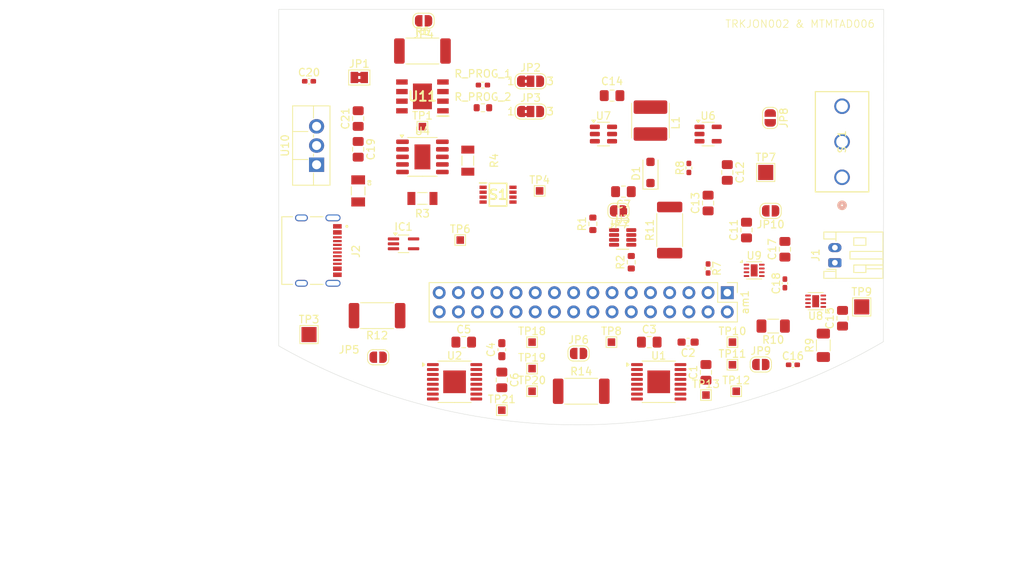
<source format=kicad_pcb>
(kicad_pcb (version 20241229) (generator "pcbnew") (generator_version "9.0")
  (layers (0 "F.Cu" signal) (2 "B.Cu" signal) (13 "F.Paste" user) (15 "B.Paste" user) (5 "F.SilkS" user "F.Silkscreen") (7 "B.SilkS" user "B.Silkscreen") (1 "F.Mask" user) (3 "B.Mask" user) (25 "Edge.Cuts" user))
  (net 0 "")
  (net 1 "/Motor4_B_OUT")
  (net 3 "/USART2_RX")
  (net 4 "/3V3 Out")
  (net 5 "/EXT_LOAD1_OUT")
  (net 6 "/Battery")
  (net 7 "/MOTOR4_CTRL2")
  (net 8 "/MOTOR3_B_OUT")
  (net 9 "/MOTOR1_A_OUT")
  (net 10 "/Motor2_A_OUT")
  (net 11 "/MOTOR1_B_OUT")
  (net 12 "/CTRL_EXT_LOAD1")
  (net 13 "/MOTOR2_CTRL1")
  (net 14 "/FAST_CHARGE_CTRL")
  (net 15 "/MOTOR3_CTRL2")
  (net 16 "/HV")
  (net 17 "GND")
  (net 18 "/MOTOR2_CTRL2")
  (net 19 "/MOTOR4_CTRL1")
  (net 20 "/EXT_LOAD2_OUT")
  (net 21 "/USART2_TX")
  (net 22 "/MOTOR3_CTRL1")
  (net 23 "/MOTOR3_A_OUT")
  (net 24 "/MOTOR1_CTRL2")
  (net 25 "/5V Out")
  (net 26 "/Motor4_A_OUT")
  (net 27 "/CTRL_EXT_LOAD2")
  (net 28 "/MOTOR1_CTRL1")
  (net 29 "/Motor2_B_OUT")
  (net 34 "Net-(U1-VCP)")
  (net 35 "Net-(U1-VINT)")
  (net 36 "Net-(U2-VINT)")
  (net 37 "Net-(U2-VCP)")
  (net 38 "/V_switch")
  (net 39 "/V_sensing")
  (net 40 "Net-(D1-A)")
  (net 42 "/I2C1_SDA")
  (net 43 "Net-(U3-SDA)")
  (net 44 "Net-(U3-SCL)")
  (net 45 "Net-(U4-VBUS)")
  (net 46 "Net-(U7-FB)")
  (net 47 "/PROG")
  (net 48 "/V_BATT_CHRG")
  (net 49 "Net-(JP4-B)")
  (net 56 "/VBUS")
  (net 57 "/DP")
  (net 58 "/CC1")
  (net 59 "/CC2")
  (net 60 "/DN")
  (net 61 "/VDD")
  (net 62 "Net-(JP1-B)")
  (net 63 "Net-(JP3-A)")
  (net 64 "Net-(JP3-C)")
  (net 65 "/I2C1_SCL")
  (net 66 "Net-(JP2-A)")
  (net 67 "Net-(JP2-C)")
  (net 70 "Net-(JP5-B)")
  (net 71 "Net-(JP6-B)")
  (net 72 "Net-(IC1-Y)")
  (footprint "TestPoint:TestPoint_Pad_1.0x1.0mm" (layer "F.Cu") (at 185 125)
    (property "Reference" "TP19" (at 0 -1.448 0) (layer "F.SilkS"))
    (property "Value" "TestPoint")
    (pad "1" smd rect (at 0 0) (size 1 1) (layers "F.Cu" "F.Mask") (net 15 "/MOTOR3_CTRL2"))
  )
  (footprint "Resistor_SMD:R_0402_1005Metric_Pad0.72x0.64mm_HandSolder" (layer "F.Cu") (at 208.28 111.76 -90)
    (property "Reference" "R7" (at 0 -1.17 90) (layer "F.SilkS"))
    (property "Value" "300")
    (pad "1" smd roundrect (at -0.5975 0 270) (size 0.715 0.64) (layers "F.Cu" "F.Mask" "F.Paste") (net 46 "Net-(U7-FB)"))
    (pad "2" smd roundrect (at 0.5975 0 270) (size 0.715 0.64) (layers "F.Cu" "F.Mask" "F.Paste") (net 17 "GND"))
  )
  (footprint "Resistor_SMD:R_2512_6332Metric_Pad1.40x3.35mm_HandSolder" (layer "F.Cu") (at 203.2 106.68 90)
    (property "Reference" "R11" (at 0 -2.62 90) (layer "F.SilkS"))
    (property "Value" "160m")
    (pad "1" smd roundrect (at -3.05 0 90) (size 1.4 3.35) (layers "F.Cu" "F.Mask" "F.Paste") (roundrect_rratio 0.178571) (net 39 "/V_sensing"))
    (pad "2" smd roundrect (at 3.05 0 90) (size 1.4 3.35) (layers "F.Cu" "F.Mask" "F.Paste") (roundrect_rratio 0.178571) (net 38 "/V_switch"))
  )
  (footprint "Resistor_SMD:R_0402_1005Metric_Pad0.72x0.64mm_HandSolder" (layer "F.Cu") (at 205.74 98.4625 90)
    (property "Reference" "R8" (at 0 -1.17 90) (layer "F.SilkS"))
    (property "Value" "2200")
    (pad "1" smd roundrect (at -0.5975 0 90) (size 0.715 0.64) (layers "F.Cu" "F.Mask" "F.Paste") (net 25 "/5V Out"))
    (pad "2" smd roundrect (at 0.5975 0 90) (size 0.715 0.64) (layers "F.Cu" "F.Mask" "F.Paste") (net 46 "Net-(U7-FB)"))
  )
  (footprint "Capacitor_SMD:C_0805_2012Metric_Pad1.18x1.45mm_HandSolder" (layer "F.Cu") (at 226.06 118.3425 90)
    (property "Reference" "C15" (at 0 -1.68 90) (layer "F.SilkS"))
    (property "Value" "1uF")
    (pad "1" smd roundrect (at -1.0375 0 90) (size 1.175 1.45) (layers "F.Cu" "F.Mask" "F.Paste") (roundrect_rratio 0.212766) (net 17 "GND"))
    (pad "2" smd roundrect (at 1.0375 0 90) (size 1.175 1.45) (layers "F.Cu" "F.Mask" "F.Paste") (roundrect_rratio 0.212766) (net 25 "/5V Out"))
  )
  (footprint "TestPoint:TestPoint_Pad_1.0x1.0mm" (layer "F.Cu") (at 186 101.5)
    (property "Reference" "TP4" (at 0 -1.448 0) (layer "F.SilkS"))
    (property "Value" "TestPoint")
    (pad "1" smd rect (at 0 0) (size 1 1) (layers "F.Cu" "F.Mask") (net 14 "/FAST_CHARGE_CTRL"))
  )
  (footprint "TestPoint:TestPoint_Pad_1.0x1.0mm" (layer "F.Cu") (at 170.5 93)
    (property "Reference" "TP1" (at 0 -1.448 0) (layer "F.SilkS"))
    (property "Value" "HV Test Point")
    (pad "1" smd rect (at 0 0) (size 1 1) (layers "F.Cu" "F.Mask") (net 16 "/HV"))
  )
  (footprint "Package_TO_SOT_SMD:SOT-23-5" (layer "F.Cu") (at 208.28 93.98)
    (property "Reference" "U6" (at 0 -2.4 0) (layer "F.SilkS"))
    (property "Value" "MIC5504-1.2YM5")
    (pad "1" smd roundrect (at -1.1375 -0.95) (size 1.325 0.6) (layers "F.Cu" "F.Mask" "F.Paste") (net 39 "/V_sensing"))
    (pad "2" smd roundrect (at -1.1375 0) (size 1.325 0.6) (layers "F.Cu" "F.Mask" "F.Paste") (net 17 "GND"))
    (pad "3" smd roundrect (at -1.1375 0.95) (size 1.325 0.6) (layers "F.Cu" "F.Mask" "F.Paste") (net 38 "/V_switch"))
    (pad "4" smd roundrect (at 1.1375 0.95) (size 1.325 0.6) (layers "F.Cu" "F.Mask" "F.Paste"))
    (pad "5" smd roundrect (at 1.1375 -0.95) (size 1.325 0.6) (layers "F.Cu" "F.Mask" "F.Paste") (net 4 "/3V3 Out"))
  )
  (footprint "Package_TO_SOT_SMD:SOT-23-6" (layer "F.Cu") (at 194.4425 93.98)
    (property "Reference" "U7" (at 0 -2.4 0) (layer "F.SilkS"))
    (property "Value" "SX1308")
    (pad "1" smd roundrect (at -1.1375 -0.95) (size 1.325 0.6) (layers "F.Cu" "F.Mask" "F.Paste") (net 40 "Net-(D1-A)"))
    (pad "2" smd roundrect (at -1.1375 0) (size 1.325 0.6) (layers "F.Cu" "F.Mask" "F.Paste") (net 17 "GND"))
    (pad "3" smd roundrect (at -1.1375 0.95) (size 1.325 0.6) (layers "F.Cu" "F.Mask" "F.Paste") (net 46 "Net-(U7-FB)"))
    (pad "4" smd roundrect (at 1.1375 0.95) (size 1.325 0.6) (layers "F.Cu" "F.Mask" "F.Paste") (net 38 "/V_switch"))
    (pad "5" smd roundrect (at 1.1375 0) (size 1.325 0.6) (layers "F.Cu" "F.Mask" "F.Paste") (net 39 "/V_sensing"))
    (pad "6" smd roundrect (at 1.1375 -0.95) (size 1.325 0.6) (layers "F.Cu" "F.Mask" "F.Paste"))
  )
  (footprint "Package_DFN_QFN:DFN-8-1EP_2x2mm_P0.5mm_EP0.9x1.6mm" (layer "F.Cu") (at 222.5075 116.09 180)
    (property "Reference" "U8" (at 0 -1.95 0) (layer "F.SilkS"))
    (property "Value" "TPS22965DSGR")
    (pad "1" smd roundrect (at -1.0125 -0.75 180) (size 0.725 0.25) (layers "F.Cu" "F.Mask" "F.Paste") (net 25 "/5V Out"))
    (pad "2" smd roundrect (at -1.0125 -0.25 180) (size 0.725 0.25) (layers "F.Cu" "F.Mask" "F.Paste") (net 25 "/5V Out"))
    (pad "3" smd roundrect (at -1.0125 0.25 180) (size 0.725 0.25) (layers "F.Cu" "F.Mask" "F.Paste") (net 12 "/CTRL_EXT_LOAD1"))
    (pad "4" smd roundrect (at -1.0125 0.75 180) (size 0.725 0.25) (layers "F.Cu" "F.Mask" "F.Paste") (net 25 "/5V Out"))
    (pad "5" smd roundrect (at 1.0125 0.75 180) (size 0.725 0.25) (layers "F.Cu" "F.Mask" "F.Paste") (net 17 "GND"))
    (pad "6" smd roundrect (at 1.0125 0.25 180) (size 0.725 0.25) (layers "F.Cu" "F.Mask" "F.Paste") (net 17 "GND"))
    (pad "7" smd roundrect (at 1.0125 -0.25 180) (size 0.725 0.25) (layers "F.Cu" "F.Mask" "F.Paste") (net 5 "/EXT_LOAD1_OUT"))
    (pad "8" smd roundrect (at 1.0125 -0.75 180) (size 0.725 0.25) (layers "F.Cu" "F.Mask" "F.Paste") (net 5 "/EXT_LOAD1_OUT"))
    (pad "9" smd rect (at 0 0 180) (size 0.9 1.6) (property pad_prop_heatsink) (layers "F.Cu" "F.Mask") (net 17 "GND"))
  )
  (footprint "Jumper:SolderJumper-2_P1.3mm_Open_RoundedPad1.0x1.5mm" (layer "F.Cu") (at 216.5 91.85 -90)
    (property "Reference" "JP8" (at 0 -1.8 90) (layer "F.SilkS"))
    (property "Value" "SolderJumper_2_Open")
    (pad "1" smd custom (at -0.65 0 270) (size 1 0.5) (layers "F.Cu" "F.Mask") (net 6 "/Battery") (options (clearance outline) (anchor rect)) (primitives (gr_circle (center 0 0.25) (end 0.5 0.25) (width 0) (fill yes)) (gr_circle (center 0 -0.25) (end 0.5 -0.25) (width 0) (fill yes)) (gr_poly (pts (xy 0.5 0.75) (xy 0 0.75) (xy 0 -0.75) (xy 0.5 -0.75)) (width 0) (fill yes))))
    (pad "2" smd custom (at 0.65 0 270) (size 1 0.5) (layers "F.Cu" "F.Mask") (net 38 "/V_switch") (options (clearance outline) (anchor rect)) (primitives (gr_circle (center 0 0.25) (end 0.5 0.25) (width 0) (fill yes)) (gr_circle (center 0 -0.25) (end 0.5 -0.25) (width 0) (fill yes)) (gr_poly (pts (xy 0 0.75) (xy -0.5 0.75) (xy -0.5 -0.75) (xy 0 -0.75)) (width 0) (fill yes))))
  )
  (footprint "Capacitor_SMD:C_0805_2012Metric_Pad1.18x1.45mm_HandSolder" (layer "F.Cu") (at 175.9625 121.5)
    (property "Reference" "C5" (at 0 -1.68 0) (layer "F.SilkS"))
    (property "Value" "10uF")
    (pad "1" smd roundrect (at -1.0375 0) (size 1.175 1.45) (layers "F.Cu" "F.Mask" "F.Paste") (roundrect_rratio 0.212766) (net 17 "GND"))
    (pad "2" smd roundrect (at 1.0375 0) (size 1.175 1.45) (layers "F.Cu" "F.Mask" "F.Paste") (roundrect_rratio 0.212766) (net 6 "/Battery"))
  )
  (footprint "Jumper:SolderJumper-3_P1.3mm_Bridged2Bar12_RoundedPad1.0x1.5mm_NumberLabels" (layer "F.Cu") (at 184.8 91)
    (property "Reference" "JP3" (at 0 -1.8 0) (layer "F.SilkS"))
    (property "Value" "R_PROG_2 Bridge")
    (fp_poly (pts (xy -0.9 -0.6) (xy -0.4 -0.6) (xy -0.4 -0.2) (xy -0.9 -0.2)) (fill yes) (layer "F.Cu"))
    (fp_poly (pts (xy -0.9 0.2) (xy -0.4 0.2) (xy -0.4 0.6) (xy -0.9 0.6)) (fill yes) (layer "F.Cu"))
    (fp_text user "3" (at 2.6 0 0) (layer "F.SilkS"))
    (fp_text user "1" (at -2.6 0 0) (layer "F.SilkS"))
    (pad "1" smd custom (at -1.3 0) (size 1 0.5) (layers "F.Cu" "F.Mask") (net 63 "Net-(JP3-A)") (options (clearance outline) (anchor rect)) (primitives (gr_circle (center 0 0.25) (end 0.5 0.25) (width 0) (fill yes)) (gr_circle (center 0 -0.25) (end 0.5 -0.25) (width 0) (fill yes)) (gr_poly (pts (xy 0.55 0.75) (xy 0 0.75) (xy 0 -0.75) (xy 0.55 -0.75)) (width 0) (fill yes))))
    (pad "2" smd rect (at 0 0) (size 1 1.5) (layers "F.Cu" "F.Mask") (net 64 "Net-(JP3-C)"))
    (pad "3" smd custom (at 1.3 0) (size 1 0.5) (layers "F.Cu" "F.Mask") (net 17 "GND") (options (clearance outline) (anchor rect)) (primitives (gr_circle (center 0 0.25) (end 0.5 0.25) (width 0) (fill yes)) (gr_circle (center 0 -0.25) (end 0.5 -0.25) (width 0) (fill yes)) (gr_poly (pts (xy 0 0.75) (xy -0.55 0.75) (xy -0.55 -0.75) (xy 0 -0.75)) (width 0) (fill yes))))
  )
  (footprint "Resistor_SMD:R_1206_3216Metric_Pad1.30x1.75mm_HandSolder" (layer "F.Cu") (at 216.89 119.38 180)
    (property "Reference" "R10" (at 0 -1.82 0) (layer "F.SilkS"))
    (property "Value" "10")
    (pad "1" smd roundrect (at -1.55 0 180) (size 1.3 1.75) (layers "F.Cu" "F.Mask" "F.Paste") (roundrect_rratio 0.192308) (net 20 "/EXT_LOAD2_OUT"))
    (pad "2" smd roundrect (at 1.55 0 180) (size 1.3 1.75) (layers "F.Cu" "F.Mask" "F.Paste") (roundrect_rratio 0.192308) (net 17 "GND"))
  )
  (footprint "Resistor_SMD:R_2512_6332Metric_Pad1.40x3.35mm_HandSolder" (layer "F.Cu") (at 170.5 83)
    (property "Reference" "R6" (at 0 -2.62 0) (layer "F.SilkS"))
    (property "Value" "160m")
    (pad "1" smd roundrect (at -3.05 0) (size 1.4 3.35) (layers "F.Cu" "F.Mask" "F.Paste") (roundrect_rratio 0.178571) (net 49 "Net-(JP4-B)"))
    (pad "2" smd roundrect (at 3.05 0) (size 1.4 3.35) (layers "F.Cu" "F.Mask" "F.Paste") (roundrect_rratio 0.178571) (net 6 "/Battery"))
  )
  (footprint "Jumper:SolderJumper-3_P1.3mm_Bridged2Bar12_RoundedPad1.0x1.5mm_NumberLabels" (layer "F.Cu") (at 184.8 87)
    (property "Reference" "JP2" (at 0 -1.8 0) (layer "F.SilkS"))
    (property "Value" "R_PROG_1 Bridge")
    (fp_poly (pts (xy -0.9 -0.6) (xy -0.4 -0.6) (xy -0.4 -0.2) (xy -0.9 -0.2)) (fill yes) (layer "F.Cu"))
    (fp_poly (pts (xy -0.9 0.2) (xy -0.4 0.2) (xy -0.4 0.6) (xy -0.9 0.6)) (fill yes) (layer "F.Cu"))
    (fp_text user "1" (at -2.6 0 0) (layer "F.SilkS"))
    (fp_text user "3" (at 2.6 0 0) (layer "F.SilkS"))
    (pad "1" smd custom (at -1.3 0) (size 1 0.5) (layers "F.Cu" "F.Mask") (net 66 "Net-(JP2-A)") (options (clearance outline) (anchor rect)) (primitives (gr_circle (center 0 0.25) (end 0.5 0.25) (width 0) (fill yes)) (gr_circle (center 0 -0.25) (end 0.5 -0.25) (width 0) (fill yes)) (gr_poly (pts (xy 0.55 0.75) (xy 0 0.75) (xy 0 -0.75) (xy 0.55 -0.75)) (width 0) (fill yes))))
    (pad "2" smd rect (at 0 0) (size 1 1.5) (layers "F.Cu" "F.Mask") (net 67 "Net-(JP2-C)"))
    (pad "3" smd custom (at 1.3 0) (size 1 0.5) (layers "F.Cu" "F.Mask") (net 17 "GND") (options (clearance outline) (anchor rect)) (primitives (gr_circle (center 0 0.25) (end 0.5 0.25) (width 0) (fill yes)) (gr_circle (center 0 -0.25) (end 0.5 -0.25) (width 0) (fill yes)) (gr_poly (pts (xy 0 0.75) (xy -0.55 0.75) (xy -0.55 -0.75) (xy 0 -0.75)) (width 0) (fill yes))))
  )
  (footprint "Resistor_SMD:R_0603_1608Metric" (layer "F.Cu") (at 193.04 105.855 90)
    (property "Reference" "R1" (at 0 -1.43 90) (layer "F.SilkS"))
    (property "Value" "3.3k")
    (pad "1" smd roundrect (at -0.825 0 90) (size 0.8 0.95) (layers "F.Cu" "F.Mask" "F.Paste") (net 43 "Net-(U3-SDA)"))
    (pad "2" smd roundrect (at 0.825 0 90) (size 0.8 0.95) (layers "F.Cu" "F.Mask" "F.Paste") (net 42 "/I2C1_SDA"))
  )
  (footprint "Jumper:SolderJumper-2_P1.3mm_Open_RoundedPad1.0x1.5mm" (layer "F.Cu") (at 191.15 123)
    (property "Reference" "JP6" (at 0 -1.8 0) (layer "F.SilkS"))
    (property "Value" "SolderJumper_2_Open")
    (pad "1" smd custom (at -0.65 0) (size 1 0.5) (layers "F.Cu" "F.Mask") (net 26 "/Motor4_A_OUT") (options (clearance outline) (anchor rect)) (primitives (gr_circle (center 0 0.25) (end 0.5 0.25) (width 0) (fill yes)) (gr_circle (center 0 -0.25) (end 0.5 -0.25) (width 0) (fill yes)) (gr_poly (pts (xy 0.5 0.75) (xy 0 0.75) (xy 0 -0.75) (xy 0.5 -0.75)) (width 0) (fill yes))))
    (pad "2" smd custom (at 0.65 0) (size 1 0.5) (layers "F.Cu" "F.Mask") (net 71 "Net-(JP6-B)") (options (clearance outline) (anchor rect)) (primitives (gr_circle (center 0 0.25) (end 0.5 0.25) (width 0) (fill yes)) (gr_circle (center 0 -0.25) (end 0.5 -0.25) (width 0) (fill yes)) (gr_poly (pts (xy 0 0.75) (xy -0.5 0.75) (xy -0.5 -0.75) (xy 0 -0.75)) (width 0) (fill yes))))
  )
  (footprint "Capacitor_SMD:C_0805_2012Metric_Pad1.18x1.45mm_HandSolder" (layer "F.Cu") (at 197.0825 101.6 180)
    (property "Reference" "C7" (at 0 -1.68 0) (layer "F.SilkS"))
    (property "Value" "10uF")
    (pad "1" smd roundrect (at -1.0375 0 180) (size 1.175 1.45) (layers "F.Cu" "F.Mask" "F.Paste") (roundrect_rratio 0.212766) (net 38 "/V_switch"))
    (pad "2" smd roundrect (at 1.0375 0 180) (size 1.175 1.45) (layers "F.Cu" "F.Mask" "F.Paste") (roundrect_rratio 0.212766) (net 17 "GND"))
  )
  (footprint "Resistor_SMD:R_0402_1005Metric_Pad0.72x0.64mm_HandSolder" (layer "F.Cu") (at 178.5 87.5 180)
    (property "Reference" "R_PROG_1" (at 0 1.5 180) (layer "F.SilkS"))
    (property "Value" "2k")
    (pad "1" smd roundrect (at -0.5975 0 180) (size 0.715 0.64) (layers "F.Cu" "F.Mask" "F.Paste") (net 66 "Net-(JP2-A)"))
    (pad "2" smd roundrect (at 0.5975 0 180) (size 0.715 0.64) (layers "F.Cu" "F.Mask" "F.Paste") (net 47 "/PROG"))
  )
  (footprint "Capacitor_SMD:C_0603_1608Metric_Pad1.08x0.95mm_HandSolder" (layer "F.Cu") (at 205.6375 121.5 180)
    (property "Reference" "C2" (at 0 -1.43 0) (layer "F.SilkS"))
    (property "Value" "2.2uF")
    (pad "1" smd roundrect (at -0.8625 0 180) (size 1.075 0.95) (layers "F.Cu" "F.Mask" "F.Paste") (net 17 "GND"))
    (pad "2" smd roundrect (at 0.8625 0 180) (size 1.075 0.95) (layers "F.Cu" "F.Mask" "F.Paste") (net 35 "Net-(U1-VINT)"))
  )
  (footprint "Package_TO_SOT_SMD:SOT-353_SC-70-5_Handsoldering" (layer "F.Cu") (at 168 108.5)
    (property "Reference" "IC1" (at 0 -2.25 0) (layer "F.SilkS"))
    (property "Value" "74LVC1G04SE-7")
    (pad "1" smd roundrect (at -1.33 -0.65) (size 1.5 0.4) (layers "F.Cu" "F.Mask" "F.Paste"))
    (pad "2" smd roundrect (at -1.33 0) (size 1.5 0.4) (layers "F.Cu" "F.Mask" "F.Paste") (net 14 "/FAST_CHARGE_CTRL"))
    (pad "3" smd roundrect (at -1.33 0.65) (size 1.5 0.4) (layers "F.Cu" "F.Mask" "F.Paste") (net 17 "GND"))
    (pad "4" smd roundrect (at 1.33 0.65) (size 1.5 0.4) (layers "F.Cu" "F.Mask" "F.Paste") (net 72 "Net-(IC1-Y)"))
    (pad "5" smd roundrect (at 1.33 -0.65) (size 1.5 0.4) (layers "F.Cu" "F.Mask" "F.Paste") (net 4 "/3V3 Out"))
  )
  (footprint "Inductor_SMD:L_Coilcraft_1515SQ-47N" (layer "F.Cu") (at 200.66 92.2 90)
    (property "Reference" "L1" (at -0.3 3.34 90) (layer "F.SilkS"))
    (property "Value" "22uH")
    (pad "1" smd roundrect (at -1.78 0 90) (size 1.78 4.45) (layers "F.Cu" "F.Mask" "F.Paste") (roundrect_rratio 0.140449) (net 39 "/V_sensing"))
    (pad "2" smd roundrect (at 1.78 0 90) (size 1.78 4.45) (layers "F.Cu" "F.Mask" "F.Paste") (roundrect_rratio 0.140449) (net 40 "Net-(D1-A)"))
  )
  (footprint "TestPoint:TestPoint_Pad_1.0x1.0mm" (layer "F.Cu") (at 175.5 108)
    (property "Reference" "TP6" (at 0 -1.448 0) (layer "F.SilkS"))
    (property "Value" "TestPoint")
    (pad "1" smd rect (at 0 0) (size 1 1) (layers "F.Cu" "F.Mask") (net 72 "Net-(IC1-Y)"))
  )
  (footprint "Capacitor_SMD:C_0805_2012Metric_Pad1.18x1.45mm_HandSolder" (layer "F.Cu") (at 210.82 99.06 -90)
    (property "Reference" "C12" (at 0 -1.68 90) (layer "F.SilkS"))
    (property "Value" "1uF")
    (pad "1" smd roundrect (at -1.0375 0 270) (size 1.175 1.45) (layers "F.Cu" "F.Mask" "F.Paste") (roundrect_rratio 0.212766) (net 4 "/3V3 Out"))
    (pad "2" smd roundrect (at 1.0375 0 270) (size 1.175 1.45) (layers "F.Cu" "F.Mask" "F.Paste") (roundrect_rratio 0.212766) (net 17 "GND"))
  )
  (footprint "exported_footprints:RESC3115X65N" (layer "F.Cu") (at 176.5 97.5 90)
    (property "Reference" "R4" (at 0 3.5 90) (layer "F.SilkS"))
    (property "Value" "10k")
    (pad "1" smd rect (at -1.46 0 90) (size 1.05 1.72) (layers "F.Cu" "F.Mask" "F.Paste") (net 56 "/VBUS"))
    (pad "2" smd rect (at 1.46 0 90) (size 1.05 1.72) (layers "F.Cu" "F.Mask" "F.Paste") (net 45 "Net-(U4-VBUS)"))
  )
  (footprint "Capacitor_SMD:C_0402_1005Metric_Pad0.74x0.62mm_HandSolder" (layer "F.Cu") (at 155.5 87)
    (property "Reference" "C20" (at 0 -1.16 0) (layer "F.SilkS"))
    (property "Value" "0.1u")
    (pad "1" smd roundrect (at -0.5675 0) (size 0.735 0.62) (layers "F.Cu" "F.Mask" "F.Paste") (net 48 "/V_BATT_CHRG"))
    (pad "2" smd roundrect (at 0.5675 0) (size 0.735 0.62) (layers "F.Cu" "F.Mask" "F.Paste") (net 17 "GND"))
  )
  (footprint "Package_SO:TSSOP-16-1EP_4.4x5mm_P0.65mm_EP3x3mm" (layer "F.Cu") (at 201.75 126.75)
    (property "Reference" "U1" (at 0 -3.45 0) (layer "F.SilkS"))
    (property "Value" "DRV8833PWR")
    (pad "1" smd roundrect (at -2.875 -2.275) (size 1.55 0.4) (layers "F.Cu" "F.Mask" "F.Paste"))
    (pad "2" smd roundrect (at -2.875 -1.625) (size 1.55 0.4) (layers "F.Cu" "F.Mask" "F.Paste") (net 9 "/MOTOR1_A_OUT"))
    (pad "3" smd roundrect (at -2.875 -0.975) (size 1.55 0.4) (layers "F.Cu" "F.Mask" "F.Paste") (net 17 "GND"))
    (pad "4" smd roundrect (at -2.875 -0.325) (size 1.55 0.4) (layers "F.Cu" "F.Mask" "F.Paste") (net 11 "/MOTOR1_B_OUT"))
    (pad "5" smd roundrect (at -2.875 0.325) (size 1.55 0.4) (layers "F.Cu" "F.Mask" "F.Paste") (net 29 "/Motor2_B_OUT"))
    (pad "6" smd roundrect (at -2.875 0.975) (size 1.55 0.4) (layers "F.Cu" "F.Mask" "F.Paste") (net 17 "GND"))
    (pad "7" smd roundrect (at -2.875 1.625) (size 1.55 0.4) (layers "F.Cu" "F.Mask" "F.Paste") (net 10 "/Motor2_A_OUT"))
    (pad "8" smd roundrect (at -2.875 2.275) (size 1.55 0.4) (layers "F.Cu" "F.Mask" "F.Paste"))
    (pad "9" smd roundrect (at 2.875 2.275) (size 1.55 0.4) (layers "F.Cu" "F.Mask" "F.Paste") (net 13 "/MOTOR2_CTRL1"))
    (pad "10" smd roundrect (at 2.875 1.625) (size 1.55 0.4) (layers "F.Cu" "F.Mask" "F.Paste") (net 18 "/MOTOR2_CTRL2"))
    (pad "11" smd roundrect (at 2.875 0.975) (size 1.55 0.4) (layers "F.Cu" "F.Mask" "F.Paste") (net 34 "Net-(U1-VCP)"))
    (pad "12" smd roundrect (at 2.875 0.325) (size 1.55 0.4) (layers "F.Cu" "F.Mask" "F.Paste") (net 39 "/V_sensing"))
    (pad "13" smd roundrect (at 2.875 -0.325) (size 1.55 0.4) (layers "F.Cu" "F.Mask" "F.Paste") (net 17 "GND"))
    (pad "14" smd roundrect (at 2.875 -0.975) (size 1.55 0.4) (layers "F.Cu" "F.Mask" "F.Paste") (net 35 "Net-(U1-VINT)"))
    (pad "15" smd roundrect (at 2.875 -1.625) (size 1.55 0.4) (layers "F.Cu" "F.Mask" "F.Paste") (net 24 "/MOTOR1_CTRL2"))
    (pad "16" smd roundrect (at 2.875 -2.275) (size 1.55 0.4) (layers "F.Cu" "F.Mask" "F.Paste") (net 28 "/MOTOR1_CTRL1"))
    (pad "17" smd rect (at 0 0) (size 3 3) (property pad_prop_heatsink) (layers "F.Cu" "F.Mask") (net 17 "GND"))
  )
  (footprint "Resistor_SMD:R_0603_1608Metric" (layer "F.Cu") (at 178.5 90.5)
    (property "Reference" "R_PROG_2" (at 0 -1.43 0) (layer "F.SilkS"))
    (property "Value" "6.2k")
    (pad "1" smd roundrect (at -0.825 0) (size 0.8 0.95) (layers "F.Cu" "F.Mask" "F.Paste") (net 47 "/PROG"))
    (pad "2" smd roundrect (at 0.825 0) (size 0.8 0.95) (layers "F.Cu" "F.Mask" "F.Paste") (net 64 "Net-(JP3-C)"))
  )
  (footprint "Package_SO:TSSOP-16-1EP_4.4x5mm_P0.65mm_EP3x3mm" (layer "F.Cu") (at 174.75 126.75)
    (property "Reference" "U2" (at 0 -3.45 0) (layer "F.SilkS"))
    (property "Value" "DRV8833PWPR")
    (pad "1" smd roundrect (at -2.875 -2.275) (size 1.55 0.4) (layers "F.Cu" "F.Mask" "F.Paste"))
    (pad "2" smd roundrect (at -2.875 -1.625) (size 1.55 0.4) (layers "F.Cu" "F.Mask" "F.Paste") (net 70 "Net-(JP5-B)"))
    (pad "3" smd roundrect (at -2.875 -0.975) (size 1.55 0.4) (layers "F.Cu" "F.Mask" "F.Paste") (net 17 "GND"))
    (pad "4" smd roundrect (at -2.875 -0.325) (size 1.55 0.4) (layers "F.Cu" "F.Mask" "F.Paste") (net 8 "/MOTOR3_B_OUT"))
    (pad "5" smd roundrect (at -2.875 0.325) (size 1.55 0.4) (layers "F.Cu" "F.Mask" "F.Paste") (net 1 "/Motor4_B_OUT"))
    (pad "6" smd roundrect (at -2.875 0.975) (size 1.55 0.4) (layers "F.Cu" "F.Mask" "F.Paste") (net 17 "GND"))
    (pad "7" smd roundrect (at -2.875 1.625) (size 1.55 0.4) (layers "F.Cu" "F.Mask" "F.Paste") (net 71 "Net-(JP6-B)"))
    (pad "8" smd roundrect (at -2.875 2.275) (size 1.55 0.4) (layers "F.Cu" "F.Mask" "F.Paste"))
    (pad "9" smd roundrect (at 2.875 2.275) (size 1.55 0.4) (layers "F.Cu" "F.Mask" "F.Paste") (net 19 "/MOTOR4_CTRL1"))
    (pad "10" smd roundrect (at 2.875 1.625) (size 1.55 0.4) (layers "F.Cu" "F.Mask" "F.Paste") (net 7 "/MOTOR4_CTRL2"))
    (pad "11" smd roundrect (at 2.875 0.975) (size 1.55 0.4) (layers "F.Cu" "F.Mask" "F.Paste") (net 37 "Net-(U2-VCP)"))
    (pad "12" smd roundrect (at 2.875 0.325) (size 1.55 0.4) (layers "F.Cu" "F.Mask" "F.Paste") (net 6 "/Battery"))
    (pad "13" smd roundrect (at 2.875 -0.325) (size 1.55 0.4) (layers "F.Cu" "F.Mask" "F.Paste") (net 17 "GND"))
    (pad "14" smd roundrect (at 2.875 -0.975) (size 1.55 0.4) (layers "F.Cu" "F.Mask" "F.Paste") (net 36 "Net-(U2-VINT)"))
    (pad "15" smd roundrect (at 2.875 -1.625) (size 1.55 0.4) (layers "F.Cu" "F.Mask" "F.Paste") (net 15 "/MOTOR3_CTRL2"))
    (pad "16" smd roundrect (at 2.875 -2.275) (size 1.55 0.4) (layers "F.Cu" "F.Mask" "F.Paste") (net 22 "/MOTOR3_CTRL1"))
    (pad "17" smd rect (at 0 0) (size 3 3) (property pad_prop_heatsink) (layers "F.Cu" "F.Mask") (net 17 "GND"))
  )
  (footprint "Capacitor_SMD:C_0603_1608Metric_Pad1.08x0.95mm_HandSolder" (layer "F.Cu") (at 181 122.5 90)
    (property "Reference" "C4" (at 0 -1.43 90) (layer "F.SilkS"))
    (property "Value" "2.2uF")
    (pad "1" smd roundrect (at -0.8625 0 90) (size 1.075 0.95) (layers "F.Cu" "F.Mask" "F.Paste") (net 17 "GND"))
    (pad "2" smd roundrect (at 0.8625 0 90) (size 1.075 0.95) (layers "F.Cu" "F.Mask" "F.Paste") (net 36 "Net-(U2-VINT)"))
  )
  (footprint "Capacitor_SMD:C_0402_1005Metric_Pad0.74x0.62mm_HandSolder" (layer "F.Cu") (at 219.5 124.5)
    (property "Reference" "C16" (at 0 -1.16 0) (layer "F.SilkS"))
    (property "Value" "0.1uF")
    (pad "1" smd roundrect (at -0.5675 0) (size 0.735 0.62) (layers "F.Cu" "F.Mask" "F.Paste") (net 17 "GND"))
    (pad "2" smd roundrect (at 0.5675 0) (size 0.735 0.62) (layers "F.Cu" "F.Mask" "F.Paste") (net 5 "/EXT_LOAD1_OUT"))
  )
  (footprint "exported_footprints:74LVC2G66DP" (layer "F.Cu") (at 180.5 102)
    (property "Reference" "S1" (at 0 0 0) (layer "F.SilkS") (effects (font (size 1.27 1.27) (thickness 0.254))))
    (property "Value" "74LVC2G66DP" (hide yes))
    (pad "1" smd rect (at -1.975 -0.975 90) (size 0.45 0.95) (layers "F.Cu" "F.Mask" "F.Paste") (net 17 "GND"))
    (pad "2" smd rect (at -1.975 -0.325 90) (size 0.45 0.95) (layers "F.Cu" "F.Mask" "F.Paste") (net 67 "Net-(JP2-C)"))
    (pad "3" smd rect (at -1.975 0.325 90) (size 0.45 0.95) (layers "F.Cu" "F.Mask" "F.Paste") (net 72 "Net-(IC1-Y)"))
    (pad "4" smd rect (at -1.975 0.975 90) (size 0.45 0.95) (layers "F.Cu" "F.Mask" "F.Paste") (net 17 "GND"))
    (pad "5" smd rect (at 1.975 0.975 90) (size 0.45 0.95) (layers "F.Cu" "F.Mask" "F.Paste") (net 17 "GND"))
    (pad "6" smd rect (at 1.975 0.325 90) (size 0.45 0.95) (layers "F.Cu" "F.Mask" "F.Paste") (net 63 "Net-(JP3-A)"))
    (pad "7" smd rect (at 1.975 -0.325 90) (size 0.45 0.95) (layers "F.Cu" "F.Mask" "F.Paste") (net 14 "/FAST_CHARGE_CTRL"))
    (pad "8" smd rect (at 1.975 -0.975 90) (size 0.45 0.95) (layers "F.Cu" "F.Mask" "F.Paste") (net 4 "/3V3 Out"))
  )
  (footprint "TestPoint:TestPoint_Pad_1.0x1.0mm" (layer "F.Cu") (at 181 130.5)
    (property "Reference" "TP21" (at 0 -1.448 0) (layer "F.SilkS"))
    (property "Value" "TestPoint")
    (pad "1" smd rect (at 0 0) (size 1 1) (layers "F.Cu" "F.Mask") (net 7 "/MOTOR4_CTRL2"))
  )
  (footprint "Connector_PinHeader_2.54mm:PinHeader_2x16_P2.54mm_Vertical" (layer "F.Cu") (at 210.82 114.96 -90)
    (property "Reference" "am1" (at 1.27 -2.33 90) (layer "F.SilkS"))
    (property "Value" "2x16 (2.54mm pin pitch) pin header")
    (pad "1" thru_hole rect (at 0 0 270) (size 1.7 1.7) (drill 1) (layers "*.Cu" "*.Mask") (net 29 "/Motor2_B_OUT"))
    (pad "2" thru_hole oval (at 2.54 0 270) (size 1.7 1.7) (drill 1) (layers "*.Cu" "*.Mask") (net 10 "/Motor2_A_OUT"))
    (pad "3" thru_hole oval (at 0 2.54 270) (size 1.7 1.7) (drill 1) (layers "*.Cu" "*.Mask") (net 26 "/Motor4_A_OUT"))
    (pad "4" thru_hole oval (at 2.54 2.54 270) (size 1.7 1.7) (drill 1) (layers "*.Cu" "*.Mask") (net 13 "/MOTOR2_CTRL1"))
    (pad "5" thru_hole oval (at 0 5.08 270) (size 1.7 1.7) (drill 1) (layers "*.Cu" "*.Mask") (net 1 "/Motor4_B_OUT"))
    (pad "6" thru_hole oval (at 2.54 5.08 270) (size 1.7 1.7) (drill 1) (layers "*.Cu" "*.Mask") (net 18 "/MOTOR2_CTRL2"))
    (pad "7" thru_hole oval (at 0 7.62 270) (size 1.7 1.7) (drill 1) (layers "*.Cu" "*.Mask") (net 27 "/CTRL_EXT_LOAD2"))
    (pad "8" thru_hole oval (at 2.54 7.62 270) (size 1.7 1.7) (drill 1) (layers "*.Cu" "*.Mask") (net 19 "/MOTOR4_CTRL1"))
    (pad "9" thru_hole oval (at 0 10.16 270) (size 1.7 1.7) (drill 1) (layers "*.Cu" "*.Mask") (net 3 "/USART2_RX"))
    (pad "10" thru_hole oval (at 2.54 10.16 270) (size 1.7 1.7) (drill 1) (layers "*.Cu" "*.Mask") (net 7 "/MOTOR4_CTRL2"))
    (pad "11" thru_hole oval (at 0 12.7 270) (size 1.7 1.7) (drill 1) (layers "*.Cu" "*.Mask") (net 20 "/EXT_LOAD2_OUT"))
    (pad "12" thru_hole oval (at 2.54 12.7 270) (size 1.7 1.7) (drill 1) (layers "*.Cu" "*.Mask") (net 21 "/USART2_TX"))
    (pad "13" thru_hole oval (at 0 15.24 270) (size 1.7 1.7) (drill 1) (layers "*.Cu" "*.Mask") (net 14 "/FAST_CHARGE_CTRL"))
    (pad "14" thru_hole oval (at 2.54 15.24 270) (size 1.7 1.7) (drill 1) (layers "*.Cu" "*.Mask") (net 6 "/Battery"))
    (pad "15" thru_hole oval (at 0 17.78 270) (size 1.7 1.7) (drill 1) (layers "*.Cu" "*.Mask"))
    (pad "16" thru_hole oval (at 2.54 17.78 270) (size 1.7 1.7) (drill 1) (layers "*.Cu" "*.Mask") (net 65 "/I2C1_SCL"))
    (pad "17" thru_hole oval (at 0 20.32 270) (size 1.7 1.7) (drill 1) (layers "*.Cu" "*.Mask") (net 42 "/I2C1_SDA"))
    (pad "18" thru_hole oval (at 2.54 20.32 270) (size 1.7 1.7) (drill 1) (layers "*.Cu" "*.Mask") (net 4 "/3V3 Out"))
    (pad "19" thru_hole oval (at 0 22.86 270) (size 1.7 1.7) (drill 1) (layers "*.Cu" "*.Mask") (net 17 "GND"))
    (pad "20" thru_hole oval (at 2.54 22.86 270) (size 1.7 1.7) (drill 1) (layers "*.Cu" "*.Mask") (net 25 "/5V Out"))
    (pad "21" thru_hole oval (at 0 25.4 270) (size 1.7 1.7) (drill 1) (layers "*.Cu" "*.Mask") (net 5 "/EXT_LOAD1_OUT"))
    (pad "22" thru_hole oval (at 2.54 25.4 270) (size 1.7 1.7) (drill 1) (layers "*.Cu" "*.Mask") (net 16 "/HV"))
    (pad "23" thru_hole oval (at 0 27.94 270) (size 1.7 1.7) (drill 1) (layers "*.Cu" "*.Mask") (net 17 "GND"))
    (pad "24" thru_hole oval (at 2.54 27.94 270) (size 1.7 1.7) (drill 1) (layers "*.Cu" "*.Mask") (net 22 "/MOTOR3_CTRL1"))
    (pad "25" thru_hole oval (at 0 30.48 270) (size 1.7 1.7) (drill 1) (layers "*.Cu" "*.Mask") (net 12 "/CTRL_EXT_LOAD1"))
    (pad "26" thru_hole oval (at 2.54 30.48 270) (size 1.7 1.7) (drill 1) (layers "*.Cu" "*.Mask") (net 15 "/MOTOR3_CTRL2"))
    (pad "27" thru_hole oval (at 0 33.02 270) (size 1.7 1.7) (drill 1) (layers "*.Cu" "*.Mask") (net 23 "/MOTOR3_A_OUT"))
    (pad "28" thru_hole oval (at 2.54 33.02 270) (size 1.7 1.7) (drill 1) (layers "*.Cu" "*.Mask") (net 28 "/MOTOR1_CTRL1"))
    (pad "29" thru_hole oval (at 0 35.56 270) (size 1.7 1.7) (drill 1) (layers "*.Cu" "*.Mask") (net 8 "/MOTOR3_B_OUT"))
    (pad "30" thru_hole oval (at 2.54 35.56 270) (size 1.7 1.7) (drill 1) (layers "*.Cu" "*.Mask") (net 24 "/MOTOR1_CTRL2"))
    (pad "31" thru_hole oval (at 0 38.1 270) (size 1.7 1.7) (drill 1) (layers "*.Cu" "*.Mask") (net 11 "/MOTOR1_B_OUT"))
    (pad "32" thru_hole oval (at 2.54 38.1 270) (size 1.7 1.7) (drill 1) (layers "*.Cu" "*.Mask") (net 9 "/MOTOR1_A_OUT"))
  )
  (footprint "Diode_SMD:D_SOD-123F" (layer "F.Cu") (at 200.66 99.06 90)
    (property "Reference" "D1" (at -0.127 -1.905 90) (layer "F.SilkS"))
    (property "Value" "MBR230LS")
    (pad "1" smd roundrect (at -1.4 0 90) (size 1.1 1.1) (layers "F.Cu" "F.Mask" "F.Paste") (roundrect_rratio 0.2272727273) (net 25 "/5V Out"))
    (pad "2" smd roundrect (at 1.4 0 90) (size 1.1 1.1) (layers "F.Cu" "F.Mask" "F.Paste") (roundrect_rratio 0.2272727273) (net 40 "Net-(D1-A)"))
  )
  (footprint "TestPoint:TestPoint_Pad_1.0x1.0mm" (layer "F.Cu") (at 195.5 121.5)
    (property "Reference" "TP8" (at 0 -1.448 0) (layer "F.SilkS"))
    (property "Value" "TestPoint")
    (pad "1" smd rect (at 0 0) (size 1 1) (layers "F.Cu" "F.Mask") (net 6 "/Battery"))
  )
  (footprint "Capacitor_SMD:C_0402_1005Metric_Pad0.74x0.62mm_HandSolder" (layer "F.Cu") (at 218.44 113.7325 90)
    (property "Reference" "C18" (at 0 -1.16 90) (layer "F.SilkS"))
    (property "Value" "0.1uF")
    (pad "1" smd roundrect (at -0.5675 0 90) (size 0.735 0.62) (layers "F.Cu" "F.Mask" "F.Paste") (net 17 "GND"))
    (pad "2" smd roundrect (at 0.5675 0 90) (size 0.735 0.62) (layers "F.Cu" "F.Mask" "F.Paste") (net 20 "/EXT_LOAD2_OUT"))
  )
  (footprint "exported_footprints:RESC3115X65N" (layer "F.Cu") (at 170.5 102.5 180)
    (property "Reference" "R3" (at 0 -2 0) (layer "F.SilkS"))
    (property "Value" "1k")
    (pad "1" smd rect (at -1.46 0 180) (size 1.05 1.72) (layers "F.Cu" "F.Mask" "F.Paste") (net 56 "/VBUS"))
    (pad "2" smd rect (at 1.46 0 180) (size 1.05 1.72) (layers "F.Cu" "F.Mask" "F.Paste") (net 61 "/VDD"))
  )
  (footprint "Capacitor_SMD:C_0805_2012Metric_Pad1.18x1.45mm_HandSolder" (layer "F.Cu") (at 213.36 106.68 90)
    (property "Reference" "C11" (at 0 -1.68 90) (layer "F.SilkS"))
    (property "Value" "1uF")
    (pad "1" smd roundrect (at -1.0375 0 90) (size 1.175 1.45) (layers "F.Cu" "F.Mask" "F.Paste") (roundrect_rratio 0.212766) (net 39 "/V_sensing"))
    (pad "2" smd roundrect (at 1.0375 0 90) (size 1.175 1.45) (layers "F.Cu" "F.Mask" "F.Paste") (roundrect_rratio 0.212766) (net 17 "GND"))
  )
  (footprint "TestPoint:TestPoint_Pad_2.0x2.0mm" (layer "F.Cu") (at 155.5 120.5)
    (property "Reference" "TP3" (at 0 -1.998 0) (layer "F.SilkS"))
    (property "Value" "TestPoint")
    (pad "1" smd rect (at 0 0) (size 2 2) (layers "F.Cu" "F.Mask") (net 17 "GND"))
  )
  (footprint "Capacitor_SMD:C_0805_2012Metric_Pad1.18x1.45mm_HandSolder" (layer "F.Cu") (at 162 91.93 90)
    (property "Reference" "C21" (at 0 -1.68 90) (layer "F.SilkS"))
    (property "Value" "10uF")
    (pad "1" smd roundrect (at -1.0375 0 90) (size 1.175 1.45) (layers "F.Cu" "F.Mask" "F.Paste") (roundrect_rratio 0.212766) (net 17 "GND"))
    (pad "2" smd roundrect (at 1.0375 0 90) (size 1.175 1.45) (layers "F.Cu" "F.Mask" "F.Paste") (roundrect_rratio 0.212766) (net 49 "Net-(JP4-B)"))
  )
  (footprint "Resistor_SMD:R_2512_6332Metric_Pad1.40x3.35mm_HandSolder" (layer "F.Cu") (at 164.5 118 180)
    (property "Reference" "R12" (at 0 -2.62 0) (layer "F.SilkS"))
    (property "Value" "160m")
    (pad "1" smd roundrect (at -3.05 0 180) (size 1.4 3.35) (layers "F.Cu" "F.Mask" "F.Paste") (roundrect_rratio 0.178571) (net 70 "Net-(JP5-B)"))
    (pad "2" smd roundrect (at 3.05 0 180) (size 1.4 3.35) (layers "F.Cu" "F.Mask" "F.Paste") (roundrect_rratio 0.178571) (net 23 "/MOTOR3_A_OUT"))
  )
  (footprint "Jumper:SolderJumper-2_P1.3mm_Open_RoundedPad1.0x1.5mm" (layer "F.Cu") (at 164.65 123.5)
    (property "Reference" "JP5" (at -3.85 -1 0) (layer "F.SilkS"))
    (property "Value" "SolderJumper_2_Open")
    (pad "1" smd custom (at -0.65 0) (size 1 0.5) (layers "F.Cu" "F.Mask") (net 23 "/MOTOR3_A_OUT") (options (clearance outline) (anchor rect)) (primitives (gr_circle (center 0 0.25) (end 0.5 0.25) (width 0) (fill yes)) (gr_circle (center 0 -0.25) (end 0.5 -0.25) (width 0) (fill yes)) (gr_poly (pts (xy 0.5 0.75) (xy 0 0.75) (xy 0 -0.75) (xy 0.5 -0.75)) (width 0) (fill yes))))
    (pad "2" smd custom (at 0.65 0) (size 1 0.5) (layers "F.Cu" "F.Mask") (net 70 "Net-(JP5-B)") (options (clearance outline) (anchor rect)) (primitives (gr_circle (center 0 0.25) (end 0.5 0.25) (width 0) (fill yes)) (gr_circle (center 0 -0.25) (end 0.5 -0.25) (width 0) (fill yes)) (gr_poly (pts (xy 0 0.75) (xy -0.5 0.75) (xy -0.5 -0.75) (xy 0 -0.75)) (width 0) (fill yes))))
  )
  (footprint "TestPoint:TestPoint_Pad_2.0x2.0mm" (layer "F.Cu") (at 215.9 99.06)
    (property "Reference" "TP7" (at 0 -1.998 0) (layer "F.SilkS"))
    (property "Value" "TestPoint")
    (pad "1" smd rect (at 0 0) (size 2 2) (layers "F.Cu" "F.Mask") (net 4 "/3V3 Out"))
  )
  (footprint "exported_footprints:SS-12D10G5_XKB" (layer "F.Cu") (at 226 99.699 90)
    (property "Reference" "SW1" (at 4.699 0 90) (layer "F.SilkS"))
    (property "Value" "SS-12D10L3")
    (pad "1" thru_hole circle (at 0 0 90) (size 2.0574 2.0574) (drill 1.5494) (layers "*.Cu" "*.Mask") (net 17 "GND"))
    (pad "2" thru_hole circle (at 4.699 0 90) (size 2.0574 2.0574) (drill 1.5494) (layers "*.Cu" "*.Mask") (net 38 "/V_switch"))
    (pad "3" thru_hole circle (at 9.398 0 90) (size 2.0574 2.0574) (drill 1.5494) (layers "*.Cu" "*.Mask") (net 6 "/Battery"))
  )
  (footprint "Jumper:SolderJumper-2_P1.3mm_Open_RoundedPad1.0x1.5mm" (layer "F.Cu") (at 215.25 124.46)
    (property "Reference" "JP9" (at 0 -1.8 0) (layer "F.SilkS"))
    (property "Value" "SolderJumper_2_Open")
    (pad "1" smd custom (at -0.65 0) (size 1 0.5) (layers "F.Cu" "F.Mask") (net 17 "GND") (options (clearance outline) (anchor rect)) (primitives (gr_circle (center 0 0.25) (end 0.5 0.25) (width 0) (fill yes)) (gr_circle (center 0 -0.25) (end 0.5 -0.25) (width 0) (fill yes)) (gr_poly (pts (xy 0.5 0.75) (xy 0 0.75) (xy 0 -0.75) (xy 0.5 -0.75)) (width 0) (fill yes))))
    (pad "2" smd custom (at 0.65 0) (size 1 0.5) (layers "F.Cu" "F.Mask") (net 5 "/EXT_LOAD1_OUT") (options (clearance outline) (anchor rect)) (primitives (gr_circle (center 0 0.25) (end 0.5 0.25) (width 0) (fill yes)) (gr_circle (center 0 -0.25) (end 0.5 -0.25) (width 0) (fill yes)) (gr_poly (pts (xy 0 0.75) (xy -0.5 0.75) (xy -0.5 -0.75) (xy 0 -0.75)) (width 0) (fill yes))))
  )
  (footprint "Package_TO_SOT_SMD:TSOT-23-8" (layer "F.Cu") (at 196.9825 107.655)
    (property "Reference" "U3" (at 0 -2.4 0) (layer "F.SilkS"))
    (property "Value" "INA219AxD")
    (pad "1" smd roundrect (at -1.1375 -0.975) (size 1.325 0.5) (layers "F.Cu" "F.Mask" "F.Paste") (net 17 "GND"))
    (pad "2" smd roundrect (at -1.1375 -0.325) (size 1.325 0.5) (layers "F.Cu" "F.Mask" "F.Paste") (net 6 "/Battery"))
    (pad "3" smd roundrect (at -1.1375 0.325) (size 1.325 0.5) (layers "F.Cu" "F.Mask" "F.Paste") (net 43 "Net-(U3-SDA)"))
    (pad "4" smd roundrect (at -1.1375 0.975) (size 1.325 0.5) (layers "F.Cu" "F.Mask" "F.Paste") (net 44 "Net-(U3-SCL)"))
    (pad "5" smd roundrect (at 1.1375 0.975) (size 1.325 0.5) (layers "F.Cu" "F.Mask" "F.Paste") (net 38 "/V_switch"))
    (pad "6" smd roundrect (at 1.1375 0.325) (size 1.325 0.5) (layers "F.Cu" "F.Mask" "F.Paste") (net 17 "GND"))
    (pad "7" smd roundrect (at 1.1375 -0.325) (size 1.325 0.5) (layers "F.Cu" "F.Mask" "F.Paste") (net 39 "/V_sensing"))
    (pad "8" smd roundrect (at 1.1375 -0.975) (size 1.325 0.5) (layers "F.Cu" "F.Mask" "F.Paste") (net 38 "/V_switch"))
  )
  (footprint "Capacitor_SMD:C_0805_2012Metric_Pad1.18x1.45mm_HandSolder" (layer "F.Cu") (at 200.5 121.5)
    (property "Reference" "C3" (at 0 -1.68 0) (layer "F.SilkS"))
    (property "Value" "10uF")
    (pad "1" smd roundrect (at -1.0375 0) (size 1.175 1.45) (layers "F.Cu" "F.Mask" "F.Paste") (roundrect_rratio 0.212766) (net 17 "GND"))
    (pad "2" smd roundrect (at 1.0375 0) (size 1.175 1.45) (layers "F.Cu" "F.Mask" "F.Paste") (roundrect_rratio 0.212766) (net 39 "/V_sensing"))
  )
  (footprint "TestPoint:TestPoint_Pad_2.0x2.0mm" (layer "F.Cu") (at 228.6 116.84)
    (property "Reference" "TP9" (at 0 -1.998 0) (layer "F.SilkS"))
    (property "Value" "TestPoint")
    (pad "1" smd rect (at 0 0) (size 2 2) (layers "F.Cu" "F.Mask") (net 25 "/5V Out"))
  )
  (footprint "Package_TO_SOT_THT:TO-220F-3_Vertical" (layer "F.Cu") (at 156.5 98.04 90)
    (property "Reference" "U10" (at 2.54 -4.1675 90) (layer "F.SilkS"))
    (property "Value" "LM7805L-TF3-T")
    (pad "1" thru_hole rect (at 0 0 90) (size 1.905 2) (drill 1.2) (layers "*.Cu" "*.Mask") (net 16 "/HV"))
    (pad "2" thru_hole oval (at 2.54 0 90) (size 1.905 2) (drill 1.2) (layers "*.Cu" "*.Mask") (net 17 "GND"))
    (pad "3" thru_hole oval (at 5.08 0 90) (size 1.905 2) (drill 1.2) (layers "*.Cu" "*.Mask") (net 48 "/V_BATT_CHRG"))
  )
  (footprint "Jumper:SolderJumper-2_P1.3mm_Open_RoundedPad1.0x1.5mm" (layer "F.Cu") (at 196.4325 104.14 180)
    (property "Reference" "JP7" (at 0 -1.8 0) (layer "F.SilkS"))
    (property "Value" "SolderJumper_2_Open")
    (pad "1" smd custom (at -0.65 0 180) (size 1 0.5) (layers "F.Cu" "F.Mask") (net 39 "/V_sensing") (options (clearance outline) (anchor rect)) (primitives (gr_circle (center 0 0.25) (end 0.5 0.25) (width 0) (fill yes)) (gr_circle (center 0 -0.25) (end 0.5 -0.25) (width 0) (fill yes)) (gr_poly (pts (xy 0.5 0.75) (xy 0 0.75) (xy 0 -0.75) (xy 0.5 -0.75)) (width 0) (fill yes))))
    (pad "2" smd custom (at 0.65 0 180) (size 1 0.5) (layers "F.Cu" "F.Mask") (net 6 "/Battery") (options (clearance outline) (anchor rect)) (primitives (gr_circle (center 0 0.25) (end 0.5 0.25) (width 0) (fill yes)) (gr_circle (center 0 -0.25) (end 0.5 -0.25) (width 0) (fill yes)) (gr_poly (pts (xy 0 0.75) (xy -0.5 0.75) (xy -0.5 -0.75) (xy 0 -0.75)) (width 0) (fill yes))))
  )
  (footprint "Capacitor_SMD:C_0805_2012Metric_Pad1.18x1.45mm_HandSolder" (layer "F.Cu") (at 162 96 -90)
    (property "Reference" "C19" (at 0 -1.68 270) (layer "F.SilkS"))
    (property "Value" "0.33u")
    (pad "1" smd roundrect (at -1.0375 0 270) (size 1.175 1.45) (layers "F.Cu" "F.Mask" "F.Paste") (roundrect_rratio 0.212766) (net 16 "/HV"))
    (pad "2" smd roundrect (at 1.0375 0 270) (size 1.175 1.45) (layers "F.Cu" "F.Mask" "F.Paste") (roundrect_rratio 0.212766) (net 17 "GND"))
  )
  (footprint "Resistor_SMD:R_1206_3216Metric_Pad1.30x1.75mm_HandSolder" (layer "F.Cu") (at 223.52 121.92 90)
    (property "Reference" "R9" (at 0 -1.82 90) (layer "F.SilkS"))
    (property "Value" "10")
    (pad "1" smd roundrect (at -1.55 0 90) (size 1.3 1.75) (layers "F.Cu" "F.Mask" "F.Paste") (roundrect_rratio 0.192308) (net 5 "/EXT_LOAD1_OUT"))
    (pad "2" smd roundrect (at 1.55 0 90) (size 1.3 1.75) (layers "F.Cu" "F.Mask" "F.Paste") (roundrect_rratio 0.192308) (net 17 "GND"))
  )
  (footprint "exported_footprints:CAPC3216X180N" (layer "F.Cu") (at 162 101.5 -90)
    (property "Reference" "C8" (at -1.06 -1.5 90) (layer "F.SilkS") (effects (font (size 0.393701 0.393701))))
    (property "Value" "1uF")
    (pad "1" smd rect (at -1.46 0 270) (size 1.2 1.82) (layers "F.Cu" "F.Mask" "F.Paste") (net 61 "/VDD"))
    (pad "2" smd rect (at 1.46 0 270) (size 1.2 1.82) (layers "F.Cu" "F.Mask" "F.Paste") (net 17 "GND"))
  )
  (footprint "Connector_JST:JST_PH_S2B-PH-K_1x02_P2.00mm_Horizontal" (layer "F.Cu") (at 225.05 111 90)
    (property "Reference" "J1" (at 1 -2.55 90) (layer "F.SilkS"))
    (property "Value" "JST PH 2.00mm connector")
    (pad "1" thru_hole roundrect (at 0 0 90) (size 1.2 1.75) (drill 0.75) (layers "*.Cu" "*.Mask") (roundrect_rratio 0.208333) (net 6 "/Battery"))
    (pad "2" thru_hole oval (at 2 0 90) (size 1.2 1.75) (drill 0.75) (layers "*.Cu" "*.Mask") (net 17 "GND"))
  )
  (footprint "TestPoint:TestPoint_Pad_1.0x1.0mm" (layer "F.Cu") (at 212 128)
    (property "Reference" "TP12" (at 0 -1.448 0) (layer "F.SilkS"))
    (property "Value" "TestPoint")
    (pad "1" smd rect (at 0 0) (size 1 1) (layers "F.Cu" "F.Mask") (net 13 "/MOTOR2_CTRL1"))
  )
  (footprint "exported_footprints:HRO_TYPE-C-31-M-12" (layer "F.Cu") (at 154.5 109.39 -90)
    (property "Reference" "J2" (at 0.11 -7.205 90) (layer "F.SilkS"))
    (property "Value" "~")
    (pad "" np_thru_hole circle (at -2.89 -3.68 270) (size 0.6 0.6) (drill 0.6) (layers "*.Cu" "*.Mask"))
    (pad "" np_thru_hole circle (at 2.89 -3.68 270) (size 0.6 0.6) (drill 0.6) (layers "*.Cu" "*.Mask"))
    (pad "A1_B12" smd rect (at -3.2 -4.75 270) (size 0.6 1.14) (layers "F.Cu" "F.Paste") (net 17 "GND"))
    (pad "A4_B9" smd rect (at -2.4 -4.75 270) (size 0.6 1.14) (layers "F.Cu" "F.Paste") (net 56 "/VBUS"))
    (pad "A5" smd rect (at -1.25 -4.75 270) (size 0.3 1.14) (layers "F.Cu" "F.Paste") (net 58 "/CC1"))
    (pad "A6" smd rect (at -0.25 -4.75 270) (size 0.3 1.14) (layers "F.Cu" "F.Paste") (net 57 "/DP"))
    (pad "A7" smd rect (at 0.25 -4.75 270) (size 0.3 1.14) (layers "F.Cu" "F.Paste") (net 60 "/DN"))
    (pad "A8" smd rect (at 1.25 -4.75 270) (size 0.3 1.14) (layers "F.Cu" "F.Paste"))
    (pad "B1_A12" smd rect (at 3.2 -4.75 270) (size 0.6 1.14) (layers "F.Cu" "F.Paste") (net 17 "GND"))
    (pad "B4_A9" smd rect (at 2.4 -4.75 270) (size 0.6 1.14) (layers "F.Cu" "F.Paste") (net 56 "/VBUS"))
    (pad "B5" smd rect (at 1.75 -4.75 270) (size 0.3 1.14) (layers "F.Cu" "F.Paste") (net 59 "/CC2"))
    (pad "B6" smd rect (at 0.75 -4.75 270) (size 0.3 1.14) (layers "F.Cu" "F.Paste") (net 57 "/DP"))
    (pad "B7" smd rect (at -0.75 -4.75 270) (size 0.3 1.14) (layers "F.Cu" "F.Paste") (net 60 "/DN"))
    (pad "B8" smd rect (at -1.75 -4.75 270) (size 0.3 1.14) (layers "F.Cu" "F.Paste"))
    (pad "S1" thru_hole oval (at -4.325 -4.17 270) (size 0.9 2) (drill oval 0.6 1.7) (layers "*.Cu" "*.Mask") (net 17 "GND"))
    (pad "S2" thru_hole oval (at 4.325 -4.17 270) (size 0.9 2) (drill oval 0.6 1.7) (layers "*.Cu" "*.Mask"))
    (pad "S3" thru_hole oval (at -4.325 0 270) (size 0.9 1.7) (drill oval 0.6 1.4) (layers "*.Cu" "*.Mask"))
    (pad "S4" thru_hole oval (at 4.325 0 270) (size 0.9 1.7) (drill oval 0.6 1.4) (layers "*.Cu" "*.Mask"))
  )
  (footprint "Capacitor_SMD:C_0805_2012Metric_Pad1.18x1.45mm_HandSolder" (layer "F.Cu") (at 208 125.5 90)
    (property "Reference" "C1" (at 0 -1.68 90) (layer "F.SilkS"))
    (property "Value" "0.01uF")
    (pad "1" smd roundrect (at -1.0375 0 90) (size 1.175 1.45) (layers "F.Cu" "F.Mask" "F.Paste") (roundrect_rratio 0.212766) (net 39 "/V_sensing"))
    (pad "2" smd roundrect (at 1.0375 0 90) (size 1.175 1.45) (layers "F.Cu" "F.Mask" "F.Paste") (roundrect_rratio 0.212766) (net 34 "Net-(U1-VCP)"))
  )
  (footprint "TestPoint:TestPoint_Pad_1.0x1.0mm" (layer "F.Cu") (at 211.5 121.5)
    (property "Reference" "TP10" (at 0 -1.448 0) (layer "F.SilkS"))
    (property "Value" "TestPoint")
    (pad "1" smd rect (at 0 0) (size 1 1) (layers "F.Cu" "F.Mask") (net 28 "/MOTOR1_CTRL1"))
  )
  (footprint "Jumper:SolderJumper-2_P1.3mm_Open_RoundedPad1.0x1.5mm" (layer "F.Cu") (at 170.65 79 180)
    (property "Reference" "JP4" (at 0 -1.8 0) (layer "F.SilkS"))
    (property "Value" "SolderJumper_2_Open")
    (pad "1" smd custom (at -0.65 0 180) (size 1 0.5) (layers "F.Cu" "F.Mask") (net 6 "/Battery") (options (clearance outline) (anchor rect)) (primitives (gr_circle (center 0 0.25) (end 0.5 0.25) (width 0) (fill yes)) (gr_circle (center 0 -0.25) (end 0.5 -0.25) (width 0) (fill yes)) (gr_poly (pts (xy 0.5 0.75) (xy 0 0.75) (xy 0 -0.75) (xy 0.5 -0.75)) (width 0) (fill yes))))
    (pad "2" smd custom (at 0.65 0 180) (size 1 0.5) (layers "F.Cu" "F.Mask") (net 49 "Net-(JP4-B)") (options (clearance outline) (anchor rect)) (primitives (gr_circle (center 0 0.25) (end 0.5 0.25) (width 0) (fill yes)) (gr_circle (center 0 -0.25) (end 0.5 -0.25) (width 0) (fill yes)) (gr_poly (pts (xy 0 0.75) (xy -0.5 0.75) (xy -0.5 -0.75) (xy 0 -0.75)) (width 0) (fill yes))))
  )
  (footprint "Resistor_SMD:R_2512_6332Metric_Pad1.40x3.35mm_HandSolder" (layer "F.Cu") (at 191.5 128)
    (property "Reference" "R14" (at 0 -2.62 0) (layer "F.SilkS"))
    (property "Value" "160m")
    (pad "1" smd roundrect (at -3.05 0) (size 1.4 3.35) (layers "F.Cu" "F.Mask" "F.Paste") (roundrect_rratio 0.178571) (net 26 "/Motor4_A_OUT"))
    (pad "2" smd roundrect (at 3.05 0) (size 1.4 3.35) (layers "F.Cu" "F.Mask" "F.Paste") (roundrect_rratio 0.178571) (net 71 "Net-(JP6-B)"))
  )
  (footprint "TestPoint:TestPoint_Pad_1.0x1.0mm" (layer "F.Cu") (at 211.5 124.5)
    (property "Reference" "TP11" (at 0 -1.448 0) (layer "F.SilkS"))
    (property "Value" "TestPoint")
    (pad "1" smd rect (at 0 0) (size 1 1) (layers "F.Cu" "F.Mask") (net 24 "/MOTOR1_CTRL2"))
  )
  (footprint "Capacitor_SMD:C_0805_2012Metric_Pad1.18x1.45mm_HandSolder" (layer "F.Cu") (at 181 126.5 -90)
    (property "Reference" "C6" (at 0 -1.68 90) (layer "F.SilkS"))
    (property "Value" "0.01uF")
    (pad "1" smd roundrect (at -1.0375 0 270) (size 1.175 1.45) (layers "F.Cu" "F.Mask" "F.Paste") (roundrect_rratio 0.212766) (net 39 "/V_sensing"))
    (pad "2" smd roundrect (at 1.0375 0 270) (size 1.175 1.45) (layers "F.Cu" "F.Mask" "F.Paste") (roundrect_rratio 0.212766) (net 37 "Net-(U2-VCP)"))
  )
  (footprint "exported_footprints:SOIC127P600X175-9N" (layer "F.Cu") (at 170.5 89 180)
    (property "Reference" "U11" (at 0 0 0) (layer "F.SilkS") (effects (font (size 1.27 1.27) (thickness 0.254))))
    (property "Value" "TC4056A." (hide yes))
    (pad "1" smd rect (at -2.712 -1.905 270) (size 0.7 1.525) (layers "F.Cu" "F.Mask" "F.Paste"))
    (pad "2" smd rect (at -2.712 -0.635 270) (size 0.7 1.525) (layers "F.Cu" "F.Mask" "F.Paste") (net 47 "/PROG"))
    (pad "3" smd rect (at -2.712 0.635 270) (size 0.7 1.525) (layers "F.Cu" "F.Mask" "F.Paste") (net 17 "GND"))
    (pad "4" smd rect (at -2.712 1.905 270) (size 0.7 1.525) (layers "F.Cu" "F.Mask" "F.Paste") (net 62 "Net-(JP1-B)"))
    (pad "5" smd rect (at 2.712 1.905 270) (size 0.7 1.525) (layers "F.Cu" "F.Mask" "F.Paste") (net 49 "Net-(JP4-B)"))
    (pad "6" smd rect (at 2.712 0.635 270) (size 0.7 1.525) (layers "F.Cu" "F.Mask" "F.Paste"))
    (pad "7" smd rect (at 2.712 -0.635 270) (size 0.7 1.525) (layers "F.Cu" "F.Mask" "F.Paste"))
    (pad "8" smd rect (at 2.712 -1.905 270) (size 0.7 1.525) (layers "F.Cu" "F.Mask" "F.Paste"))
    (pad "9" smd rect (at 0 0 180) (size 2.513 3.402) (layers "F.Cu" "F.Mask" "F.Paste"))
  )
  (footprint "Package_SO:SSOP-10-1EP_3.9x4.9mm_P1mm_EP2.1x3.3mm" (layer "F.Cu") (at 170.5 97)
    (property "Reference" "U4" (at 0 -3.4 0) (layer "F.SilkS"))
    (property "Value" "CH224K")
    (pad "1" smd roundrect (at -2.6375 -2) (size 1.675 0.6) (layers "F.Cu" "F.Mask" "F.Paste") (net 61 "/VDD"))
    (pad "2" smd roundrect (at -2.6375 -1) (size 1.675 0.6) (layers "F.Cu" "F.Mask" "F.Paste") (net 17 "GND"))
    (pad "3" smd roundrect (at -2.6375 0) (size 1.675 0.6) (layers "F.Cu" "F.Mask" "F.Paste") (net 17 "GND"))
    (pad "4" smd roundrect (at -2.6375 1) (size 1.675 0.6) (layers "F.Cu" "F.Mask" "F.Paste") (net 57 "/DP"))
    (pad "5" smd roundrect (at -2.6375 2) (size 1.675 0.6) (layers "F.Cu" "F.Mask" "F.Paste") (net 60 "/DN"))
    (pad "6" smd roundrect (at 2.6375 2) (size 1.675 0.6) (layers "F.Cu" "F.Mask" "F.Paste") (net 59 "/CC2"))
    (pad "7" smd roundrect (at 2.6375 1) (size 1.675 0.6) (layers "F.Cu" "F.Mask" "F.Paste") (net 58 "/CC1"))
    (pad "8" smd roundrect (at 2.6375 0) (size 1.675 0.6) (layers "F.Cu" "F.Mask" "F.Paste") (net 45 "Net-(U4-VBUS)"))
    (pad "9" smd roundrect (at 2.6375 -1) (size 1.675 0.6) (layers "F.Cu" "F.Mask" "F.Paste") (net 17 "GND"))
    (pad "10" smd roundrect (at 2.6375 -2) (size 1.675 0.6) (layers "F.Cu" "F.Mask" "F.Paste") (net 16 "/HV"))
    (pad "11" smd rect (at 0 0) (size 2.1 3.3) (property pad_prop_heatsink) (layers "F.Cu" "F.Mask") (net 17 "GND"))
  )
  (footprint "Jumper:SolderJumper-2_P1.3mm_Bridged2Bar_Pad1.0x1.5mm" (layer "F.Cu") (at 162.15 86.5)
    (property "Reference" "JP1" (at 0 -1.8 0) (layer "F.SilkS"))
    (property "Value" "V_BATT_CHRG Bridge")
    (fp_poly (pts (xy -0.25 -0.6) (xy 0.25 -0.6) (xy 0.25 -0.2) (xy -0.25 -0.2)) (fill yes) (layer "F.Cu"))
    (fp_poly (pts (xy -0.25 0.2) (xy 0.25 0.2) (xy 0.25 0.6) (xy -0.25 0.6)) (fill yes) (layer "F.Cu"))
    (pad "1" smd rect (at -0.65 0) (size 1 1.5) (layers "F.Cu" "F.Mask") (net 48 "/V_BATT_CHRG"))
    (pad "2" smd rect (at 0.65 0) (size 1 1.5) (layers "F.Cu" "F.Mask") (net 62 "Net-(JP1-B)"))
  )
  (footprint "Package_DFN_QFN:DFN-8-1EP_2x2mm_P0.5mm_EP0.9x1.6mm" (layer "F.Cu") (at 214.3725 112.01)
    (property "Reference" "U9" (at 0 -1.95 0) (layer "F.SilkS"))
    (property "Value" "TPS22965DSGR")
    (pad "1" smd roundrect (at -1.0125 -0.75) (size 0.725 0.25) (layers "F.Cu" "F.Mask" "F.Paste") (net 25 "/5V Out"))
    (pad "2" smd roundrect (at -1.0125 -0.25) (size 0.725 0.25) (layers "F.Cu" "F.Mask" "F.Paste") (net 25 "/5V Out"))
    (pad "3" smd roundrect (at -1.0125 0.25) (size 0.725 0.25) (layers "F.Cu" "F.Mask" "F.Paste") (net 27 "/CTRL_EXT_LOAD2"))
    (pad "4" smd roundrect (at -1.0125 0.75) (size 0.725 0.25) (layers "F.Cu" "F.Mask" "F.Paste") (net 25 "/5V Out"))
    (pad "5" smd roundrect (at 1.0125 0.75) (size 0.725 0.25) (layers "F.Cu" "F.Mask" "F.Paste") (net 17 "GND"))
    (pad "6" smd roundrect (at 1.0125 0.25) (size 0.725 0.25) (layers "F.Cu" "F.Mask" "F.Paste") (net 17 "GND"))
    (pad "7" smd roundrect (at 1.0125 -0.25) (size 0.725 0.25) (layers "F.Cu" "F.Mask" "F.Paste") (net 20 "/EXT_LOAD2_OUT"))
    (pad "8" smd roundrect (at 1.0125 -0.75) (size 0.725 0.25) (layers "F.Cu" "F.Mask" "F.Paste") (net 20 "/EXT_LOAD2_OUT"))
    (pad "9" smd rect (at 0 0) (size 0.9 1.6) (property pad_prop_heatsink) (layers "F.Cu" "F.Mask") (net 17 "GND"))
  )
  (footprint "Capacitor_SMD:C_0805_2012Metric_Pad1.18x1.45mm_HandSolder" (layer "F.Cu") (at 218.44 109.22 90)
    (property "Reference" "C17" (at 0 -1.68 90) (layer "F.SilkS"))
    (property "Value" "1uF")
    (pad "1" smd roundrect (at -1.0375 0 90) (size 1.175 1.45) (layers "F.Cu" "F.Mask" "F.Paste") (roundrect_rratio 0.212766) (net 17 "GND"))
    (pad "2" smd roundrect (at 1.0375 0 90) (size 1.175 1.45) (layers "F.Cu" "F.Mask" "F.Paste") (roundrect_rratio 0.212766) (net 25 "/5V Out"))
  )
  (footprint "Capacitor_SMD:C_0805_2012Metric_Pad1.18x1.45mm_HandSolder" (layer "F.Cu") (at 208.28 103.1025 90)
    (property "Reference" "C13" (at 0 -1.68 90) (layer "F.SilkS"))
    (property "Value" "1uF")
    (pad "1" smd roundrect (at -1.0375 0 90) (size 1.175 1.45) (layers "F.Cu" "F.Mask" "F.Paste") (roundrect_rratio 0.212766) (net 25 "/5V Out"))
    (pad "2" smd roundrect (at 1.0375 0 90) (size 1.175 1.45) (layers "F.Cu" "F.Mask" "F.Paste") (roundrect_rratio 0.212766) (net 17 "GND"))
  )
  (footprint "Jumper:SolderJumper-2_P1.3mm_Open_RoundedPad1.0x1.5mm" (layer "F.Cu") (at 216.55 104.14 180)
    (property "Reference" "JP10" (at 0 -1.8 0) (layer "F.SilkS"))
    (property "Value" "SolderJumper_2_Open")
    (pad "1" smd custom (at -0.65 0 180) (size 1 0.5) (layers "F.Cu" "F.Mask") (net 17 "GND") (options (clearance outline) (anchor rect)) (primitives (gr_circle (center 0 0.25) (end 0.5 0.25) (width 0) (fill yes)) (gr_circle (center 0 -0.25) (end 0.5 -0.25) (width 0) (fill yes)) (gr_poly (pts (xy 0.5 0.75) (xy 0 0.75) (xy 0 -0.75) (xy 0.5 -0.75)) (width 0) (fill yes))))
    (pad "2" smd custom (at 0.65 0 180) (size 1 0.5) (layers "F.Cu" "F.Mask") (net 20 "/EXT_LOAD2_OUT") (options (clearance outline) (anchor rect)) (primitives (gr_circle (center 0 0.25) (end 0.5 0.25) (width 0) (fill yes)) (gr_circle (center 0 -0.25) (end 0.5 -0.25) (width 0) (fill yes)) (gr_poly (pts (xy 0 0.75) (xy -0.5 0.75) (xy -0.5 -0.75) (xy 0 -0.75)) (width 0) (fill yes))))
  )
  (footprint "TestPoint:TestPoint_Pad_1.0x1.0mm" (layer "F.Cu") (at 185 121.5)
    (property "Reference" "TP18" (at 0 -1.448 0) (layer "F.SilkS"))
    (property "Value" "TestPoint")
    (pad "1" smd rect (at 0 0) (size 1 1) (layers "F.Cu" "F.Mask") (net 22 "/MOTOR3_CTRL1"))
  )
  (footprint "TestPoint:TestPoint_Pad_1.0x1.0mm" (layer "F.Cu") (at 185 128)
    (property "Reference" "TP20" (at 0 -1.448 0) (layer "F.SilkS"))
    (property "Value" "TestPoint")
    (pad "1" smd rect (at 0 0) (size 1 1) (layers "F.Cu" "F.Mask") (net 19 "/MOTOR4_CTRL1"))
  )
  (footprint "TestPoint:TestPoint_Pad_1.0x1.0mm" (layer "F.Cu") (at 208 128.5)
    (property "Reference" "TP13" (at 0 -1.448 0) (layer "F.SilkS"))
    (property "Value" "TestPoint")
    (pad "1" smd rect (at 0 0) (size 1 1) (layers "F.Cu" "F.Mask") (net 18 "/MOTOR2_CTRL2"))
  )
  (footprint "Capacitor_SMD:C_0805_2012Metric_Pad1.18x1.45mm_HandSolder" (layer "F.Cu") (at 195.58 88.9 180)
    (property "Reference" "C14" (at 0 1.9 0) (layer "F.SilkS"))
    (property "Value" "1uF")
    (pad "1" smd roundrect (at -1.0375 0 180) (size 1.175 1.45) (layers "F.Cu" "F.Mask" "F.Paste") (roundrect_rratio 0.212766) (net 39 "/V_sensing"))
    (pad "2" smd roundrect (at 1.0375 0 180) (size 1.175 1.45) (layers "F.Cu" "F.Mask" "F.Paste") (roundrect_rratio 0.212766) (net 17 "GND"))
  )
  (footprint "Resistor_SMD:R_0603_1608Metric" (layer "F.Cu") (at 198.12 110.935 90)
    (property "Reference" "R2" (at 0 -1.43 90) (layer "F.SilkS"))
    (property "Value" "3.3k")
    (pad "1" smd roundrect (at -0.825 0 90) (size 0.8 0.95) (layers "F.Cu" "F.Mask" "F.Paste") (net 65 "/I2C1_SCL"))
    (pad "2" smd roundrect (at 0.825 0 90) (size 0.8 0.95) (layers "F.Cu" "F.Mask" "F.Paste") (net 44 "Net-(U3-SCL)"))
  )
  (gr_arc (start 231.465981 121.442036) (mid 191.557773 132.438657) (end 151.5 122) (stroke (width 0.05)) (layer "Edge.Cuts"))
  (gr_line (start 231.5 77.5) (end 151.5 77.5) (stroke (width 0.05)) (layer "Edge.Cuts"))
  (gr_line (start 231.465979 121.442037) (end 231.5 77.5) (stroke (width 0.05)) (layer "Edge.Cuts"))
  (gr_line (start 151.5 77.5) (end 151.5 122) (stroke (width 0.05)) (layer "Edge.Cuts"))
  (gr_text "TRKJON002 & MTMTAD006\n" (at 210.5 80 0) (layer "F.SilkS") (effects (font (size 1 1) (thickness 0.1)) (justify left bottom)))
)
</source>
